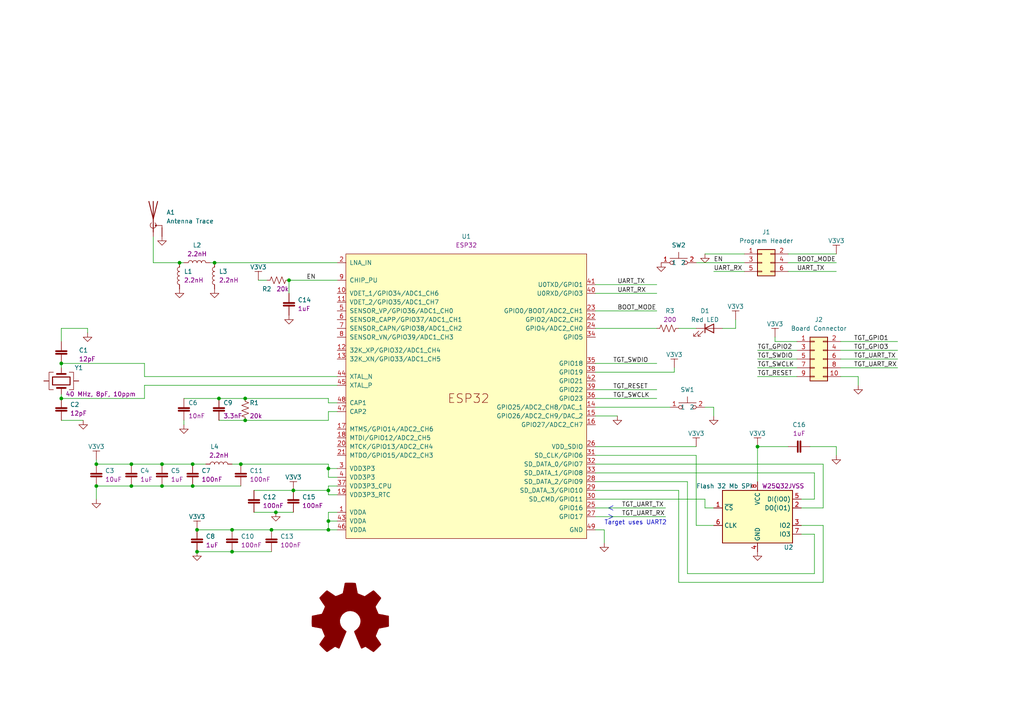
<source format=kicad_sch>
(kicad_sch (version 20210621) (generator eeschema)
  (paper "A4")
  (lib_symbols
    (symbol "Cap 12pF 0402_1" (pin_numbers hide) (pin_names (offset 0.254))
      (property "Reference" "C" (at 2.54 3.81 90))
      (property "Val" "12pF" (at 2.54 -5.08 90))
      (symbol "Cap 12pF 0402_1_1_1"
        (pin passive line (at 0 3.81 270) (length 2.794) (name "~") (number "1"))
        (pin passive line (at 0 -2.54 90) (length 2.54) (name "~") (number "2"))
      )
    )
    (symbol "Connector_Generic:Conn_02x05_Odd_Even" (pin_names (offset 1.016) hide)
      (property "Reference" "J" (at 1.27 7.62 0))
      (property "Value" "Conn_02x05_Odd_Even" (at 1.27 -7.62 0))
      (symbol "Conn_02x05_Odd_Even_1_1"
        (pin passive line (at -5.08 5.08 0) (length 3.81) (name "Pin_1") (number "1"))
        (pin passive line (at 7.62 -5.08 180) (length 3.81) (name "Pin_10") (number "10"))
        (pin passive line (at 7.62 5.08 180) (length 3.81) (name "Pin_2") (number "2"))
        (pin passive line (at -5.08 2.54 0) (length 3.81) (name "Pin_3") (number "3"))
        (pin passive line (at 7.62 2.54 180) (length 3.81) (name "Pin_4") (number "4"))
        (pin passive line (at -5.08 0 0) (length 3.81) (name "Pin_5") (number "5"))
        (pin passive line (at 7.62 0 180) (length 3.81) (name "Pin_6") (number "6"))
        (pin passive line (at -5.08 -2.54 0) (length 3.81) (name "Pin_7") (number "7"))
        (pin passive line (at 7.62 -2.54 180) (length 3.81) (name "Pin_8") (number "8"))
        (pin passive line (at -5.08 -5.08 0) (length 3.81) (name "Pin_9") (number "9"))
      )
    )
    (symbol "Graphic:Logo_Open_Hardware_Large" (pin_names (offset 1.016)))
    (symbol "Res 20k 0402_1" (pin_numbers hide) (pin_names (offset 0))
      (property "Reference" "R" (at 2.032 0 90))
      (property "Val" "20k" (at -2.54 0 90))
      (symbol "Res 20k 0402_1_1_1"
        (pin passive line (at 0 2.54 270) (length 0.85) (name "~") (number "1"))
        (pin passive line (at 0 -3.81 90) (length 0.85) (name "~") (number "2"))
      )
    )
    (symbol "WifiDebugLibrary:Antenna Trace" (pin_numbers hide) (pin_names (offset 1.016) hide) (in_bom no)
      (property "Reference" "A" (at -1.905 4.445 0))
      (property "Value" "Antenna Trace" (at -1.905 2.54 0))
      (symbol "Antenna Trace_1_1"
        (pin input line (at 0 -5.08 90) (length 2.54) (name "A") (number "1"))
        (pin input line (at 2.54 -5.08 90) (length 2.54) (name "Shield") (number "2"))
      )
    )
    (symbol "WifiDebugLibrary:Cap 100nF 0402" (pin_numbers hide) (pin_names (offset 0.254))
      (property "Reference" "C" (at 2.54 3.81 90))
      (property "Val" "100nF" (at 2.54 -5.08 90))
      (symbol "Cap 100nF 0402_1_1"
        (pin passive line (at 0 3.81 270) (length 2.794) (name "~") (number "1"))
        (pin passive line (at 0 -2.54 90) (length 2.54) (name "~") (number "2"))
      )
    )
    (symbol "WifiDebugLibrary:Cap 10nF 0402" (pin_numbers hide) (pin_names (offset 0.254))
      (property "Reference" "C" (at 2.54 3.81 90))
      (property "Val" "10nF" (at 2.54 -5.08 90))
      (symbol "Cap 10nF 0402_1_1"
        (pin passive line (at 0 3.81 270) (length 2.794) (name "~") (number "1"))
        (pin passive line (at 0 -2.54 90) (length 2.54) (name "~") (number "2"))
      )
    )
    (symbol "WifiDebugLibrary:Cap 10uF 0402" (pin_numbers hide) (pin_names (offset 0.254))
      (property "Reference" "C" (at 2.54 3.81 90))
      (property "Val" "10uF" (at 2.54 -5.08 90))
      (symbol "Cap 10uF 0402_1_1"
        (pin passive line (at 0 3.81 270) (length 2.794) (name "~") (number "1"))
        (pin passive line (at 0 -2.54 90) (length 2.54) (name "~") (number "2"))
      )
    )
    (symbol "WifiDebugLibrary:Cap 12pF 0402" (pin_numbers hide) (pin_names (offset 0.254))
      (property "Reference" "C" (at 2.54 3.81 90))
      (property "Val" "12pF" (at 2.54 -5.08 90))
      (symbol "Cap 12pF 0402_1_1"
        (pin passive line (at 0 3.81 270) (length 2.794) (name "~") (number "1"))
        (pin passive line (at 0 -2.54 90) (length 2.54) (name "~") (number "2"))
      )
    )
    (symbol "WifiDebugLibrary:Cap 1uF 0402" (pin_numbers hide) (pin_names (offset 0.254))
      (property "Reference" "C" (at 2.54 3.81 90))
      (property "Val" "1uF" (at 2.54 -5.08 90))
      (symbol "Cap 1uF 0402_1_1"
        (pin passive line (at 0 3.81 270) (length 2.794) (name "~") (number "1"))
        (pin passive line (at 0 -2.54 90) (length 2.54) (name "~") (number "2"))
      )
    )
    (symbol "WifiDebugLibrary:Cap 3.3nF 0402" (pin_numbers hide) (pin_names (offset 0.254))
      (property "Reference" "C" (at 2.54 3.81 90))
      (property "Val" "3.3nF" (at 2.54 -5.08 90))
      (symbol "Cap 3.3nF 0402_1_1"
        (pin passive line (at 0 3.81 270) (length 2.794) (name "~") (number "1"))
        (pin passive line (at 0 -2.54 90) (length 2.54) (name "~") (number "2"))
      )
    )
    (symbol "WifiDebugLibrary:Crystal 40MHz" (pin_numbers hide) (pin_names (offset 1.016) hide)
      (property "Reference" "Y" (at 3.175 5.08 0))
      (property "Val" "40 MHz, 8pF, 10ppm" (at 12.7 -5.08 0))
      (symbol "Crystal 40MHz_1_1"
        (pin passive line (at -3.81 0 0) (length 1.27) (name "1") (number "1"))
        (pin passive line (at 0 5.08 270) (length 1.27) (name "2") (number "2"))
        (pin passive line (at 3.81 0 180) (length 1.27) (name "3") (number "3"))
        (pin passive line (at 0 -5.08 90) (length 1.27) (name "4") (number "4"))
      )
    )
    (symbol "WifiDebugLibrary:Flash 32 Mb SPI"
      (property "Reference" "U" (at -8.89 8.89 0))
      (property "Value" "Flash 32 Mb SPI" (at 7.62 8.89 0))
      (property "Val" "W25Q32JVSS" (at 0 0 0))
      (symbol "Flash 32 Mb SPI_1_1"
        (pin input line (at -12.7 2.54 0) (length 2.54) (name "~{CS}") (number "1"))
        (pin bidirectional line (at 12.7 2.54 180) (length 2.54) (name "DO(IO1)") (number "2"))
        (pin bidirectional line (at 12.7 -2.54 180) (length 2.54) (name "IO2") (number "3"))
        (pin power_in line (at 0 -10.16 90) (length 2.54) (name "GND") (number "4"))
        (pin bidirectional line (at 12.7 5.08 180) (length 2.54) (name "DI(IO0)") (number "5"))
        (pin input line (at -12.7 -2.54 0) (length 2.54) (name "CLK") (number "6"))
        (pin bidirectional line (at 12.7 -5.08 180) (length 2.54) (name "IO3") (number "7"))
        (pin power_in line (at 0 10.16 270) (length 2.54) (name "VCC") (number "8"))
      )
    )
    (symbol "WifiDebugLibrary:Ind 2.2nH 0402" (pin_numbers hide) (pin_names (offset 1.016) hide)
      (property "Reference" "L" (at -1.27 0 90))
      (property "Val" "2.2nH" (at 2.54 0 90))
      (symbol "Ind 2.2nH 0402_1_1"
        (pin passive line (at 0 3.81 270) (length 1.27) (name "1") (number "1"))
        (pin passive line (at 0 -3.81 90) (length 1.27) (name "2") (number "2"))
      )
    )
    (symbol "WifiDebugLibrary:Program Header" (pin_names (offset 1.016) hide) (in_bom no)
      (property "Reference" "J" (at 1.27 5.08 0))
      (property "Value" "Program Header" (at 1.27 -5.08 0))
      (symbol "Program Header_1_1"
        (pin passive line (at -5.08 2.54 0) (length 3.81) (name "Pin_1") (number "1"))
        (pin passive line (at 7.62 2.54 180) (length 3.81) (name "Pin_2") (number "2"))
        (pin passive line (at -5.08 0 0) (length 3.81) (name "Pin_3") (number "3"))
        (pin passive line (at 7.62 0 180) (length 3.81) (name "Pin_4") (number "4"))
        (pin passive line (at -5.08 -2.54 0) (length 3.81) (name "Pin_5") (number "5"))
        (pin passive line (at 7.62 -2.54 180) (length 3.81) (name "Pin_6") (number "6"))
      )
    )
    (symbol "WifiDebugLibrary:Pushbutton 2.1x1.6mm"
      (property "Reference" "SW" (at 3.81 3.81 0))
      (symbol "Pushbutton 2.1x1.6mm_0_1"
        (pin passive line (at -5.08 0 0) (length 2.54) (name "1") (number "1"))
        (pin passive line (at 5.08 0 180) (length 2.54) (name "2") (number "2"))
      )
    )
    (symbol "WifiDebugLibrary:Red LED" (pin_numbers hide) (pin_names (offset 1.016) hide)
      (property "Reference" "D" (at 0 2.54 0))
      (property "Value" "Red LED" (at 0 -2.54 0))
      (symbol "Red LED_1_1"
        (pin passive line (at -3.81 0 0) (length 2.54) (name "K") (number "1"))
        (pin passive line (at 3.81 0 180) (length 2.54) (name "A") (number "2"))
      )
    )
    (symbol "WifiDebugLibrary:Res 200 0402" (pin_numbers hide) (pin_names (offset 0))
      (property "Reference" "R" (at 2.032 0 90))
      (property "Val" "200" (at -2.54 0 90))
      (symbol "Res 200 0402_1_1"
        (pin passive line (at 0 3.81 270) (length 0.85) (name "~") (number "1"))
        (pin passive line (at 0 -2.54 90) (length 0.85) (name "~") (number "2"))
      )
    )
    (symbol "WifiDebugLibrary:Res 20k 0402" (pin_numbers hide) (pin_names (offset 0))
      (property "Reference" "R" (at 2.032 0 90))
      (property "Val" "20k" (at -2.54 0 90))
      (symbol "Res 20k 0402_1_1"
        (pin passive line (at 0 2.54 270) (length 0.85) (name "~") (number "1"))
        (pin passive line (at 0 -3.81 90) (length 0.85) (name "~") (number "2"))
      )
    )
    (symbol "WifiDebugLibrary:V3V3" (power) (pin_names (offset 0))
      (property "Value" "V3V3" (at 0 3.556 0))
      (symbol "V3V3_1_1"
        (pin power_in line (at 0 0 90) (length 0) hide (name "V3V3") (number "1"))
      )
    )
    (symbol "WifiDebugLibrary:‎ESP32-D0WD-V3‎" (pin_names (offset 1.016))
      (property "Reference" "U" (at 0 43.18 0))
      (property "Val" "ESP32" (at 0 0 0))
      (symbol "‎ESP32-D0WD-V3‎_0_0"
        (text "ESP32" (at 1.27 0 0) (effects (font (size 2.54 2.54))))
      )
      (symbol "‎ESP32-D0WD-V3‎_1_1"
        (pin power_in line (at -36.83 -33.02 0) (length 2.54) (name "VDDA") (number "1"))
        (pin input line (at -36.83 30.48 0) (length 2.54) (name "VDET_1/GPIO34/ADC1_CH6") (number "10"))
        (pin input line (at -36.83 27.94 0) (length 2.54) (name "VDET_2/GPIO35/ADC1_CH7") (number "11"))
        (pin bidirectional line (at -36.83 13.97 0) (length 2.54) (name "32K_XP/GPIO32/ADC1_CH4") (number "12"))
        (pin bidirectional line (at -36.83 11.43 0) (length 2.54) (name "32K_XN/GPIO33/ADC1_CH5") (number "13"))
        (pin bidirectional line (at 38.1 -2.54 180) (length 2.54) (name "GPIO25/ADC2_CH8/DAC_1") (number "14"))
        (pin bidirectional line (at 38.1 -5.08 180) (length 2.54) (name "GPIO26/ADC2_CH9/DAC_2") (number "15"))
        (pin bidirectional line (at 38.1 -7.62 180) (length 2.54) (name "GPIO27/ADC2_CH7") (number "16"))
        (pin bidirectional line (at -36.83 -8.89 0) (length 2.54) (name "MTMS/GPIO14/ADC2_CH6") (number "17"))
        (pin bidirectional line (at -36.83 -11.43 0) (length 2.54) (name "MTDI/GPIO12/ADC2_CH5") (number "18"))
        (pin power_in line (at -36.83 -27.94 0) (length 2.54) (name "VDD3P3_RTC") (number "19"))
        (pin bidirectional line (at -36.83 39.37 0) (length 2.54) (name "LNA_IN") (number "2"))
        (pin bidirectional line (at -36.83 -13.97 0) (length 2.54) (name "MTCK/GPIO13/ADC2_CH4") (number "20"))
        (pin bidirectional line (at -36.83 -16.51 0) (length 2.54) (name "MTDO/GPIO15/ADC2_CH3") (number "21"))
        (pin bidirectional line (at 38.1 22.86 180) (length 2.54) (name "GPIO2/ADC2_CH2") (number "22"))
        (pin bidirectional line (at 38.1 25.4 180) (length 2.54) (name "GPIO0/BOOT/ADC2_CH1") (number "23"))
        (pin bidirectional line (at 38.1 20.32 180) (length 2.54) (name "GPIO4/ADC2_CH0") (number "24"))
        (pin bidirectional line (at 38.1 -31.75 180) (length 2.54) (name "GPIO16") (number "25"))
        (pin power_out line (at 38.1 -13.97 180) (length 2.54) (name "VDD_SDIO") (number "26"))
        (pin bidirectional line (at 38.1 -34.29 180) (length 2.54) (name "GPIO17") (number "27"))
        (pin bidirectional line (at 38.1 -24.13 180) (length 2.54) (name "SD_DATA_2/GPIO9") (number "28"))
        (pin bidirectional line (at 38.1 -26.67 180) (length 2.54) (name "SD_DATA_3/GPIO10") (number "29"))
        (pin power_in line (at -36.83 -20.32 0) (length 2.54) (name "VDD3P3") (number "3"))
        (pin bidirectional line (at 38.1 -29.21 180) (length 2.54) (name "SD_CMD/GPIO11") (number "30"))
        (pin bidirectional line (at 38.1 -16.51 180) (length 2.54) (name "SD_CLK/GPIO6") (number "31"))
        (pin bidirectional line (at 38.1 -19.05 180) (length 2.54) (name "SD_DATA_0/GPIO7") (number "32"))
        (pin bidirectional line (at 38.1 -21.59 180) (length 2.54) (name "SD_DATA_1/GPIO8") (number "33"))
        (pin bidirectional line (at 38.1 17.78 180) (length 2.54) (name "GPIO5") (number "34"))
        (pin bidirectional line (at 38.1 10.16 180) (length 2.54) (name "GPIO18") (number "35"))
        (pin bidirectional line (at 38.1 0 180) (length 2.54) (name "GPIO23") (number "36"))
        (pin power_in line (at -36.83 -25.4 0) (length 2.54) (name "VDD3P3_CPU") (number "37"))
        (pin bidirectional line (at 38.1 7.62 180) (length 2.54) (name "GPIO19") (number "38"))
        (pin bidirectional line (at 38.1 2.54 180) (length 2.54) (name "GPIO22") (number "39"))
        (pin power_in line (at -36.83 -22.86 0) (length 2.54) (name "VDD3P3") (number "4"))
        (pin bidirectional line (at 38.1 30.48 180) (length 2.54) (name "U0RXD/GPIO3") (number "40"))
        (pin bidirectional line (at 38.1 33.02 180) (length 2.54) (name "U0TXD/GPIO1") (number "41"))
        (pin bidirectional line (at 38.1 5.08 180) (length 2.54) (name "GPIO21") (number "42"))
        (pin power_in line (at -36.83 -35.56 0) (length 2.54) (name "VDDA") (number "43"))
        (pin output line (at -36.83 6.35 0) (length 2.54) (name "XTAL_N") (number "44"))
        (pin input line (at -36.83 3.81 0) (length 2.54) (name "XTAL_P") (number "45"))
        (pin power_in line (at -36.83 -38.1 0) (length 2.54) (name "VDDA") (number "46"))
        (pin input line (at -36.83 -3.81 0) (length 2.54) (name "CAP2") (number "47"))
        (pin input line (at -36.83 -1.27 0) (length 2.54) (name "CAP1") (number "48"))
        (pin power_in line (at 38.1 -38.1 180) (length 2.54) (name "GND") (number "49"))
        (pin input line (at -36.83 25.4 0) (length 2.54) (name "SENSOR_VP/GPIO36/ADC1_CH0") (number "5"))
        (pin input line (at -36.83 22.86 0) (length 2.54) (name "SENSOR_CAPP/GPIO37/ADC1_CH1") (number "6"))
        (pin input line (at -36.83 20.32 0) (length 2.54) (name "SENSOR_CAPN/GPIO38/ADC1_CH2") (number "7"))
        (pin input line (at -36.83 17.78 0) (length 2.54) (name "SENSOR_VN/GPIO39/ADC1_CH3") (number "8"))
        (pin input line (at -36.83 34.29 0) (length 2.54) (name "CHIP_PU") (number "9"))
      )
    )
    (symbol "power:GND" (power) (pin_names (offset 0))
      (property "Value" "GND" (at 0 -3.81 0))
      (symbol "GND_1_1"
        (pin power_in line (at 0 0 270) (length 0) hide (name "GND") (number "1"))
      )
    )
  )
  (junction (at 63.5 115.57))
  (junction (at 95.25 142.24))
  (junction (at 219.71 129.54))
  (junction (at 67.31 153.67))
  (junction (at 38.1 134.62))
  (junction (at 55.88 140.97))
  (junction (at 95.25 151.13))
  (junction (at 95.25 153.67))
  (junction (at 67.31 160.02))
  (junction (at 57.15 153.67))
  (junction (at 83.82 81.28))
  (junction (at 52.07 76.2))
  (junction (at 85.09 142.24))
  (junction (at 55.88 134.62))
  (junction (at 17.78 105.41))
  (junction (at 62.23 76.2))
  (junction (at 38.1 140.97))
  (junction (at 71.12 115.57))
  (junction (at 69.85 134.62))
  (junction (at 80.01 148.59))
  (junction (at 27.94 140.97))
  (junction (at 27.94 134.62))
  (junction (at 71.12 121.92))
  (junction (at 46.99 134.62))
  (junction (at 17.78 115.57))
  (junction (at 78.74 153.67))
  (junction (at 57.15 160.02))
  (junction (at 46.99 140.97))
  (junction (at 95.25 135.89))
  (wire (pts (xy 80.01 148.59) (xy 85.09 148.59)))
  (wire (pts (xy 73.66 148.59) (xy 80.01 148.59)))
  (wire (pts (xy 97.79 109.22) (xy 41.91 109.22)))
  (wire (pts (xy 41.91 109.22) (xy 41.91 105.41)))
  (wire (pts (xy 17.78 105.41) (xy 17.78 106.68)))
  (wire (pts (xy 172.72 107.95) (xy 195.58 107.95)))
  (wire (pts (xy 83.82 81.28) (xy 83.82 85.09)))
  (wire (pts (xy 201.93 76.2) (xy 215.9 76.2)))
  (wire (pts (xy 172.72 132.08) (xy 201.93 132.08)))
  (wire (pts (xy 201.93 152.4) (xy 201.93 132.08)))
  (wire (pts (xy 207.01 152.4) (xy 201.93 152.4)))
  (wire (pts (xy 172.72 149.86) (xy 193.04 149.86)))
  (wire (pts (xy 243.84 101.6) (xy 260.35 101.6)))
  (wire (pts (xy 172.72 139.7) (xy 199.39 139.7)))
  (wire (pts (xy 219.71 101.6) (xy 231.14 101.6)))
  (wire (pts (xy 95.25 143.51) (xy 97.79 143.51)))
  (wire (pts (xy 46.99 134.62) (xy 55.88 134.62)))
  (wire (pts (xy 55.88 134.62) (xy 59.69 134.62)))
  (wire (pts (xy 27.94 134.62) (xy 38.1 134.62)))
  (wire (pts (xy 27.94 133.35) (xy 27.94 134.62)))
  (polyline (pts (xy 177.8 149.86) (xy 176.53 149.225)) (stroke (width 0) (type solid)))
  (wire (pts (xy 172.72 82.55) (xy 190.5 82.55)))
  (wire (pts (xy 172.72 144.78) (xy 204.47 144.78)))
  (wire (pts (xy 95.25 115.57) (xy 95.25 116.84)))
  (wire (pts (xy 57.15 153.67) (xy 67.31 153.67)))
  (wire (pts (xy 78.74 153.67) (xy 95.25 153.67)))
  (wire (pts (xy 95.25 148.59) (xy 97.79 148.59)))
  (wire (pts (xy 67.31 153.67) (xy 78.74 153.67)))
  (wire (pts (xy 204.47 73.66) (xy 215.9 73.66)))
  (wire (pts (xy 172.72 113.03) (xy 190.5 113.03)))
  (wire (pts (xy 219.71 106.68) (xy 231.14 106.68)))
  (wire (pts (xy 62.23 76.2) (xy 97.79 76.2)))
  (wire (pts (xy 60.96 76.2) (xy 62.23 76.2)))
  (wire (pts (xy 172.72 115.57) (xy 190.5 115.57)))
  (wire (pts (xy 57.15 160.02) (xy 67.31 160.02)))
  (wire (pts (xy 67.31 160.02) (xy 78.74 160.02)))
  (wire (pts (xy 196.85 95.25) (xy 201.93 95.25)))
  (wire (pts (xy 248.92 109.22) (xy 248.92 111.76)))
  (wire (pts (xy 243.84 109.22) (xy 248.92 109.22)))
  (wire (pts (xy 71.12 121.92) (xy 63.5 121.92)))
  (wire (pts (xy 95.25 121.92) (xy 71.12 121.92)))
  (wire (pts (xy 95.25 119.38) (xy 95.25 121.92)))
  (wire (pts (xy 74.93 81.28) (xy 77.47 81.28)))
  (wire (pts (xy 207.01 78.74) (xy 215.9 78.74)))
  (wire (pts (xy 172.72 142.24) (xy 196.85 142.24)))
  (wire (pts (xy 232.41 154.94) (xy 236.22 154.94)))
  (wire (pts (xy 199.39 166.37) (xy 199.39 139.7)))
  (wire (pts (xy 236.22 154.94) (xy 236.22 166.37)))
  (wire (pts (xy 236.22 166.37) (xy 199.39 166.37)))
  (wire (pts (xy 242.57 129.54) (xy 234.95 129.54)))
  (wire (pts (xy 172.72 90.17) (xy 190.5 90.17)))
  (wire (pts (xy 44.45 68.58) (xy 44.45 76.2)))
  (wire (pts (xy 52.07 76.2) (xy 44.45 76.2)))
  (wire (pts (xy 53.34 76.2) (xy 52.07 76.2)))
  (wire (pts (xy 95.25 140.97) (xy 97.79 140.97)))
  (wire (pts (xy 95.25 142.24) (xy 95.25 140.97)))
  (wire (pts (xy 236.22 144.78) (xy 232.41 144.78)))
  (wire (pts (xy 172.72 137.16) (xy 236.22 137.16)))
  (wire (pts (xy 236.22 137.16) (xy 236.22 144.78)))
  (wire (pts (xy 219.71 129.54) (xy 228.6 129.54)))
  (wire (pts (xy 95.25 151.13) (xy 95.25 148.59)))
  (wire (pts (xy 95.25 153.67) (xy 95.25 151.13)))
  (wire (pts (xy 172.72 147.32) (xy 193.04 147.32)))
  (wire (pts (xy 238.76 152.4) (xy 232.41 152.4)))
  (wire (pts (xy 196.85 142.24) (xy 196.85 168.91)))
  (wire (pts (xy 238.76 168.91) (xy 238.76 152.4)))
  (wire (pts (xy 196.85 168.91) (xy 238.76 168.91)))
  (wire (pts (xy 95.25 116.84) (xy 97.79 116.84)))
  (polyline (pts (xy 176.53 150.495) (xy 177.8 149.86)) (stroke (width 0) (type solid)))
  (wire (pts (xy 219.71 109.22) (xy 231.14 109.22)))
  (wire (pts (xy 172.72 118.11) (xy 194.31 118.11)))
  (wire (pts (xy 228.6 76.2) (xy 242.57 76.2)))
  (wire (pts (xy 25.4 95.25) (xy 25.4 96.52)))
  (wire (pts (xy 17.78 95.25) (xy 25.4 95.25)))
  (wire (pts (xy 17.78 99.06) (xy 17.78 95.25)))
  (wire (pts (xy 242.57 129.54) (xy 242.57 132.08)))
  (polyline (pts (xy 177.8 146.685) (xy 176.53 147.32)) (stroke (width 0) (type solid)))
  (wire (pts (xy 219.71 104.14) (xy 231.14 104.14)))
  (wire (pts (xy 27.94 140.97) (xy 27.94 144.78)))
  (wire (pts (xy 71.12 115.57) (xy 95.25 115.57)))
  (wire (pts (xy 95.25 134.62) (xy 95.25 135.89)))
  (wire (pts (xy 95.25 135.89) (xy 97.79 135.89)))
  (wire (pts (xy 69.85 134.62) (xy 95.25 134.62)))
  (wire (pts (xy 172.72 120.65) (xy 179.07 120.65)))
  (wire (pts (xy 69.85 134.62) (xy 67.31 134.62)))
  (wire (pts (xy 204.47 147.32) (xy 207.01 147.32)))
  (wire (pts (xy 95.25 119.38) (xy 97.79 119.38)))
  (wire (pts (xy 95.25 138.43) (xy 97.79 138.43)))
  (wire (pts (xy 95.25 135.89) (xy 95.25 138.43)))
  (wire (pts (xy 83.82 81.28) (xy 97.79 81.28)))
  (wire (pts (xy 17.78 115.57) (xy 41.91 115.57)))
  (wire (pts (xy 17.78 105.41) (xy 41.91 105.41)))
  (wire (pts (xy 204.47 144.78) (xy 204.47 147.32)))
  (wire (pts (xy 95.25 153.67) (xy 97.79 153.67)))
  (polyline (pts (xy 176.53 147.32) (xy 177.8 147.955)) (stroke (width 0) (type solid)))
  (wire (pts (xy 243.84 104.14) (xy 260.35 104.14)))
  (wire (pts (xy 95.25 151.13) (xy 97.79 151.13)))
  (wire (pts (xy 195.58 106.68) (xy 195.58 107.95)))
  (wire (pts (xy 243.84 106.68) (xy 260.35 106.68)))
  (wire (pts (xy 63.5 115.57) (xy 71.12 115.57)))
  (wire (pts (xy 63.5 115.57) (xy 53.34 115.57)))
  (wire (pts (xy 172.72 129.54) (xy 201.93 129.54)))
  (wire (pts (xy 172.72 95.25) (xy 190.5 95.25)))
  (wire (pts (xy 228.6 73.66) (xy 242.57 73.66)))
  (wire (pts (xy 209.55 95.25) (xy 213.36 95.25)))
  (wire (pts (xy 213.36 95.25) (xy 213.36 92.71)))
  (wire (pts (xy 53.34 123.19) (xy 53.34 121.92)))
  (wire (pts (xy 228.6 78.74) (xy 242.57 78.74)))
  (wire (pts (xy 46.99 140.97) (xy 55.88 140.97)))
  (wire (pts (xy 55.88 140.97) (xy 69.85 140.97)))
  (wire (pts (xy 38.1 140.97) (xy 46.99 140.97)))
  (wire (pts (xy 27.94 140.97) (xy 38.1 140.97)))
  (wire (pts (xy 207.01 118.11) (xy 207.01 120.65)))
  (wire (pts (xy 204.47 118.11) (xy 207.01 118.11)))
  (wire (pts (xy 224.79 99.06) (xy 231.14 99.06)))
  (wire (pts (xy 224.79 97.79) (xy 224.79 99.06)))
  (wire (pts (xy 175.26 153.67) (xy 175.26 157.48)))
  (wire (pts (xy 172.72 153.67) (xy 175.26 153.67)))
  (wire (pts (xy 172.72 85.09) (xy 190.5 85.09)))
  (wire (pts (xy 95.25 142.24) (xy 95.25 143.51)))
  (wire (pts (xy 38.1 134.62) (xy 46.99 134.62)))
  (wire (pts (xy 219.71 129.54) (xy 219.71 139.7)))
  (wire (pts (xy 238.76 147.32) (xy 232.41 147.32)))
  (wire (pts (xy 172.72 134.62) (xy 238.76 134.62)))
  (wire (pts (xy 238.76 134.62) (xy 238.76 147.32)))
  (wire (pts (xy 172.72 105.41) (xy 190.5 105.41)))
  (wire (pts (xy 243.84 99.06) (xy 260.35 99.06)))
  (wire (pts (xy 97.79 111.76) (xy 41.91 111.76)))
  (wire (pts (xy 17.78 115.57) (xy 17.78 114.3)))
  (wire (pts (xy 41.91 111.76) (xy 41.91 115.57)))
  (wire (pts (xy 85.09 142.24) (xy 95.25 142.24)))
  (wire (pts (xy 73.66 142.24) (xy 85.09 142.24)))
  (wire (pts (xy 17.78 121.92) (xy 24.13 121.92)))
  (text "Target uses UART2" (at 175.26 152.4 0) (effects (font (size 1.27 1.27)) (justify left bottom)))
  (label "TGT_RESET" (at 219.71 109.22 0))
  (label "UART_RX" (at 207.01 78.74 0))
  (label "TGT_UART_TX" (at 180.34 147.32 0))
  (label "TGT_GPIO2" (at 219.71 101.6 0))
  (label "TGT_SWDIO" (at 177.8 105.41 0))
  (label "TGT_SWCLK" (at 177.8 115.57 0))
  (label "TGT_SWCLK" (at 219.71 106.68 0))
  (label "TGT_RESET" (at 177.8 113.03 0))
  (label "UART_RX" (at 179.07 85.09 0))
  (label "TGT_UART_RX" (at 180.34 149.86 0))
  (label "UART_TX" (at 179.07 82.55 0))
  (label "TGT_UART_RX" (at 247.65 106.68 0))
  (label "EN" (at 88.9 81.28 0))
  (label "TGT_GPIO1" (at 247.65 99.06 0))
  (label "BOOT_MODE" (at 179.07 90.17 0))
  (label "TGT_UART_TX" (at 247.65 104.14 0))
  (label "TGT_GPIO3" (at 247.65 101.6 0))
  (label "BOOT_MODE" (at 231.14 76.2 0))
  (label "EN" (at 207.01 76.2 0))
  (label "UART_TX" (at 231.14 78.74 0))
  (label "TGT_SWDIO" (at 219.71 104.14 0))
  (symbol (lib_id "power:GND") (at 179.07 120.65 0) (unit 1)
    (property "Reference" "#PWR0104" (effects hide))
    (property "Value" "GND" (effects hide))
  )
  (symbol (lib_id "WifiDebugLibrary:Crystal 40MHz") (at 17.78 110.49 90) (unit 1)
    (property "Reference" "Y1" (at 22.86 106.68 90))
    (property "Value" "Crystal 40MHz" (effects hide))
    (property "Footprint" "Crystal:Crystal_SMD_2016-4Pin_2.0x1.6mm" (effects hide))
    (property "MFG" "Murata Electronics" (effects hide))
    (property "MFG PN" "XRCGB40M000F1S1BR0" (effects hide))
    (property "Val" "40 MHz, 8pF, 10ppm" (at 29.21 114.3 90))
  )
  (symbol (lib_id "WifiDebugLibrary:V3V3") (at 213.36 92.71 0) (unit 1)
    (property "Reference" "#PWR016" (effects hide))
    (property "Value" "V3V3" (at 213.36 88.9 0))
  )
  (symbol (lib_id "WifiDebugLibrary:V3V3") (at 27.94 133.35 0) (unit 1)
    (property "Reference" "#PWR03" (effects hide))
    (property "Value" "V3V3" (at 27.94 129.54 0))
  )
  (symbol (lib_id "power:GND") (at 191.77 76.2 0) (unit 1)
    (property "Reference" "#PWR?" (effects hide))
    (property "Value" "GND" (effects hide))
  )
  (symbol (lib_id "power:GND") (at 80.01 148.59 0) (unit 1)
    (property "Reference" "#PWR012" (effects hide))
    (property "Value" "GND" (effects hide))
  )
  (symbol (lib_id "power:GND") (at 25.4 96.52 0) (unit 1)
    (property "Reference" "#PWR02" (effects hide))
    (property "Value" "GND" (effects hide))
  )
  (symbol (lib_id "WifiDebugLibrary:Ind 2.2nH 0402") (at 63.5 134.62 90) (unit 1)
    (property "Reference" "L4" (at 62.23 129.54 90))
    (property "Value" "Ind 2.2nH 0402" (effects hide))
    (property "Footprint" "Inductor_SMD:L_0402_1005Metric" (effects hide))
    (property "MFG" "Chilisin Electronics" (effects hide))
    (property "MFG PN" "‎BSCH001005052N2SCP‎" (effects hide))
    (property "Val" "2.2nH" (at 63.5 132.08 90))
  )
  (symbol (lib_id "power:GND") (at 46.99 68.58 0) (unit 1)
    (property "Reference" "#PWR05" (effects hide))
    (property "Value" "GND" (effects hide))
  )
  (symbol (lib_id "WifiDebugLibrary:Res 20k 0402") (at 80.01 81.28 90) (unit 1)
    (property "Reference" "R2" (at 78.74 83.82 90) (effects (justify left)))
    (property "Value" "Res 20k 0402" (effects hide))
    (property "Footprint" "Resistor_SMD:R_0402_1005Metric" (effects hide))
    (property "MFG" "Bourns Inc. " (effects hide))
    (property "MFG PN" "‎CR0402-FX-2002GLF‎" (effects hide))
    (property "Val" "20k" (at 83.82 83.82 90) (effects (justify left)))
  )
  (symbol (lib_id "WifiDebugLibrary:Cap 3.3nF 0402") (at 63.5 118.11 180) (unit 1)
    (property "Reference" "C9" (at 64.77 116.84 0) (effects (justify right)))
    (property "Value" "Cap 3.3nF 0402" (effects hide))
    (property "Footprint" "Capacitor_SMD:C_0402_1005Metric" (effects hide))
    (property "MFG" "Würth Elektronik" (effects hide))
    (property "MFG PN" "‎885012205028‎" (effects hide))
    (property "Val" "3.3nF" (at 64.77 120.65 0) (effects (justify right)))
  )
  (symbol (lib_id "WifiDebugLibrary:Flash 32 Mb SPI") (at 219.71 149.86 0) (unit 1)
    (property "Reference" "U2" (at 227.33 158.75 0) (effects (justify left)))
    (property "Value" "Flash 32 Mb SPI" (at 201.93 140.97 0) (effects (justify left)))
    (property "Footprint" "WifiDebugLibrary:SOIC-8_5.23x5.23mm_P1.27mm" (effects hide))
    (property "Datasheet" "http://www.winbond.com/resource-files/w25q32jv%20revg%2003272018%20plus.pdf" (effects hide))
    (property "MFG" "Winbond Electronics" (effects hide))
    (property "MFG PN" "‎W25Q32JVSSIQ‎" (effects hide))
    (property "Val" "W25Q32JVSS" (at 220.98 140.97 0) (effects (justify left)))
  )
  (symbol (lib_id "WifiDebugLibrary:V3V3") (at 85.09 142.24 0) (unit 1)
    (property "Reference" "#PWR014" (effects hide))
    (property "Value" "V3V3" (at 85.09 138.43 0))
  )
  (symbol (lib_id "WifiDebugLibrary:Antenna Trace") (at 44.45 63.5 0) (unit 1) (in_bom no)
    (property "Reference" "A1" (at 48.26 61.5949 0) (effects (justify left)))
    (property "Value" "Antenna Trace" (at 48.26 64.1349 0) (effects (justify left)))
    (property "Footprint" "WifiDebugLibrary:Texas_SWRA117D_2.4GHz_Left" (effects hide))
    (property "Datasheet" "http://www.ti.com/lit/an/swra117d/swra117d.pdf" (effects hide))
  )
  (symbol (lib_id "Graphic:Logo_Open_Hardware_Large") (at 101.6 180.34 0) (unit 1) (in_bom no)
    (property "Reference" "LOGO1" (effects hide))
    (property "Value" "Logo_Open_Hardware_Large" (effects hide))
    (property "Footprint" "Symbol:OSHW-Logo_5.7x6mm_SilkScreen" (effects hide))
  )
  (symbol (lib_id "power:GND") (at 204.47 73.66 0) (unit 1)
    (property "Reference" "#PWR022" (effects hide))
    (property "Value" "GND" (effects hide))
  )
  (symbol (lib_id "power:GND") (at 53.34 123.19 0) (unit 1)
    (property "Reference" "#PWR07" (effects hide))
    (property "Value" "GND" (effects hide))
  )
  (symbol (lib_id "WifiDebugLibrary:V3V3") (at 57.15 153.67 0) (unit 1)
    (property "Reference" "#PWR08" (effects hide))
    (property "Value" "V3V3" (at 57.15 149.86 0))
  )
  (symbol (lib_id "WifiDebugLibrary:Cap 100nF 0402") (at 73.66 146.05 0) (unit 1)
    (property "Reference" "C12" (at 76.2 144.1449 0) (effects (justify left)))
    (property "Value" "Cap 100nF 0402" (effects hide))
    (property "Footprint" "Capacitor_SMD:C_0402_1005Metric" (effects hide))
    (property "MFG" "Samsung Electro-Mechanics" (effects hide))
    (property "MFG PN" "‎CL05A104KA5NNNC‎" (effects hide))
    (property "Val" "100nF" (at 76.2 146.6849 0) (effects (justify left)))
  )
  (symbol (lib_id "WifiDebugLibrary:Cap 100nF 0402") (at 69.85 138.43 0) (unit 1) (in_bom no)
    (property "Reference" "C11" (at 72.39 136.5249 0) (effects (justify left)))
    (property "Value" "Cap 100nF 0402" (effects hide))
    (property "Footprint" "Capacitor_SMD:C_0402_1005Metric" (effects hide))
    (property "MFG" "Samsung Electro-Mechanics" (effects hide))
    (property "MFG PN" "‎CL05A104KA5NNNC‎" (effects hide))
    (property "Val" "100nF" (at 72.39 139.0649 0) (effects (justify left)))
  )
  (symbol (lib_id "WifiDebugLibrary:V3V3") (at 224.79 97.79 0) (unit 1)
    (property "Reference" "#PWR020" (effects hide))
    (property "Value" "V3V3" (at 224.79 93.98 0))
  )
  (symbol (lib_id "power:GND") (at 207.01 120.65 0) (mirror y) (unit 1)
    (property "Reference" "#PWR0105" (effects hide))
    (property "Value" "GND" (effects hide))
  )
  (symbol (lib_id "power:GND") (at 175.26 157.48 0) (unit 1)
    (property "Reference" "#PWR015" (effects hide))
    (property "Value" "GND" (effects hide))
  )
  (symbol (lib_id "power:GND") (at 242.57 132.08 0) (unit 1)
    (property "Reference" "#PWR021" (effects hide))
    (property "Value" "GND" (effects hide))
  )
  (symbol (lib_id "WifiDebugLibrary:Cap 100nF 0402") (at 85.09 146.05 0) (unit 1)
    (property "Reference" "C15" (at 87.63 144.1449 0) (effects (justify left)))
    (property "Value" "Cap 100nF 0402" (effects hide))
    (property "Footprint" "Capacitor_SMD:C_0402_1005Metric" (effects hide))
    (property "MFG" "Samsung Electro-Mechanics" (effects hide))
    (property "MFG PN" "‎CL05A104KA5NNNC‎" (effects hide))
    (property "Val" "100nF" (at 87.63 146.6849 0) (effects (justify left)))
  )
  (symbol (lib_id "WifiDebugLibrary:V3V3") (at 219.71 129.54 0) (mirror y) (unit 1)
    (property "Reference" "#PWR0103" (effects hide))
    (property "Value" "V3V3" (at 219.71 125.73 0))
  )
  (symbol (lib_id "WifiDebugLibrary:‎ESP32-D0WD-V3‎") (at 134.62 115.57 0) (unit 1)
    (property "Reference" "U1" (at 135.255 68.58 0))
    (property "Value" "‎ESP32-D0WD-V3‎" (effects hide))
    (property "Footprint" "WifiDebugLibrary:QFN-48-1EP_5x5mm_P0.35mm_EP3.7x3.7mm_ThermalVias" (effects hide))
    (property "Datasheet" "https://www.espressif.com/sites/default/files/documentation/esp32_datasheet_en.pdf" (effects hide))
    (property "MFG" "Espressif Systems" (effects hide))
    (property "MFG PN" "‎ESP32-D0WD-V3‎" (effects hide))
    (property "Val" "ESP32" (at 135.255 71.12 0))
  )
  (symbol (lib_id "power:GND") (at 248.92 111.76 0) (unit 1)
    (property "Reference" "#PWR023" (effects hide))
    (property "Value" "GND" (effects hide))
  )
  (symbol (lib_id "WifiDebugLibrary:Cap 1uF 0402") (at 232.41 129.54 90) (unit 1)
    (property "Reference" "C16" (at 231.775 123.19 90))
    (property "Value" "Cap 1uF 0402" (effects hide))
    (property "Footprint" "Capacitor_SMD:C_0402_1005Metric" (effects hide))
    (property "MFG" "Samsung Electro-Mechanics" (effects hide))
    (property "MFG PN" "‎CL05A105MQ5NNNC‎" (effects hide))
    (property "Val" "1uF" (at 231.775 125.73 90))
  )
  (symbol (lib_id "power:GND") (at 27.94 144.78 0) (unit 1)
    (property "Reference" "#PWR04" (effects hide))
    (property "Value" "GND" (effects hide))
  )
  (symbol (lib_id "WifiDebugLibrary:V3V3") (at 195.58 106.68 0) (mirror y) (unit 1)
    (property "Reference" "#PWR0101" (effects hide))
    (property "Value" "V3V3" (at 195.58 102.87 0))
  )
  (symbol (lib_id "WifiDebugLibrary:Ind 2.2nH 0402") (at 52.07 80.01 180) (unit 1) (in_bom no)
    (property "Reference" "L1" (at 53.34 78.7399 0) (effects (justify right)))
    (property "Value" "Ind 2.2nH 0402" (effects hide))
    (property "Footprint" "Inductor_SMD:L_0402_1005Metric" (effects hide))
    (property "MFG" "Chilisin Electronics" (effects hide))
    (property "MFG PN" "‎BSCH001005052N2SCP‎" (effects hide))
    (property "Val" "2.2nH" (at 53.34 81.2799 0) (effects (justify right)))
  )
  (symbol (lib_id "WifiDebugLibrary:Cap 100nF 0402") (at 67.31 157.48 0) (unit 1)
    (property "Reference" "C10" (at 69.85 155.5749 0) (effects (justify left)))
    (property "Value" "Cap 100nF 0402" (effects hide))
    (property "Footprint" "Capacitor_SMD:C_0402_1005Metric" (effects hide))
    (property "MFG" "Samsung Electro-Mechanics" (effects hide))
    (property "MFG PN" "‎CL05A104KA5NNNC‎" (effects hide))
    (property "Val" "100nF" (at 69.85 158.1149 0) (effects (justify left)))
  )
  (symbol (lib_id "WifiDebugLibrary:Cap 1uF 0402") (at 38.1 138.43 0) (unit 1) (in_bom no)
    (property "Reference" "C4" (at 40.64 136.5249 0) (effects (justify left)))
    (property "Value" "Cap 1uF 0402" (effects hide))
    (property "Footprint" "Capacitor_SMD:C_0402_1005Metric" (effects hide))
    (property "MFG" "Samsung Electro-Mechanics" (effects hide))
    (property "MFG PN" "‎CL05A105MQ5NNNC‎" (effects hide))
    (property "Val" "1uF" (at 40.64 139.0649 0) (effects (justify left)))
  )
  (symbol (lib_name "Cap 12pF 0402_1") (lib_id "WifiDebugLibrary:Cap 12pF 0402") (at 17.78 102.87 0) (unit 1)
    (property "Reference" "C1" (at 22.86 101.5999 0) (effects (justify left)))
    (property "Value" "Cap 12pF 0402" (effects hide))
    (property "Footprint" "Capacitor_SMD:C_0402_1005Metric" (effects hide))
    (property "MFG" "Yaego" (effects hide))
    (property "MFG PN" "‎CC0402JRNPO9BN120‎" (effects hide))
    (property "Val" "12pF" (at 22.86 104.1399 0) (effects (justify left)))
  )
  (symbol (lib_id "WifiDebugLibrary:Cap 1uF 0402") (at 83.82 88.9 0) (unit 1)
    (property "Reference" "C14" (at 86.36 86.9949 0) (effects (justify left)))
    (property "Value" "Cap 1uF 0402" (effects hide))
    (property "Footprint" "Capacitor_SMD:C_0402_1005Metric" (effects hide))
    (property "MFG" "Samsung Electro-Mechanics" (effects hide))
    (property "MFG PN" "‎CL05A105MQ5NNNC‎" (effects hide))
    (property "Val" "1uF" (at 86.36 89.5349 0) (effects (justify left)))
  )
  (symbol (lib_id "WifiDebugLibrary:Program Header") (at 220.98 76.2 0) (unit 1) (in_bom no)
    (property "Reference" "J1" (at 222.25 67.31 0))
    (property "Value" "Program Header" (at 222.25 69.85 0))
    (property "Footprint" "WifiDebugLibrary:PinHeader_2x03_P2.54mm_Vertical" (effects hide))
  )
  (symbol (lib_id "Connector_Generic:Conn_02x05_Odd_Even") (at 236.22 104.14 0) (unit 1)
    (property "Reference" "J2" (at 237.49 92.71 0))
    (property "Value" "Board Connector" (at 237.49 95.25 0))
    (property "Footprint" "WifiDebugLibrary:PinSocket_2x05_P2.00mm_Vertical_SMD" (effects hide))
    (property "MFG" "Sullins Connector Solutions" (effects hide))
    (property "MFG PN" "NPPN052FFKS-RC" (effects hide))
  )
  (symbol (lib_id "power:GND") (at 219.71 160.02 0) (unit 1)
    (property "Reference" "#PWR019" (effects hide))
    (property "Value" "GND" (effects hide))
  )
  (symbol (lib_id "WifiDebugLibrary:Cap 10nF 0402") (at 53.34 119.38 0) (unit 1)
    (property "Reference" "C6" (at 54.61 116.84 0) (effects (justify left)))
    (property "Value" "Cap 10nF 0402" (effects hide))
    (property "Footprint" "Capacitor_SMD:C_0402_1005Metric" (effects hide))
    (property "MFG" "Würth Elektronik" (effects hide))
    (property "MFG PN" "‎885012205031‎" (effects hide))
    (property "Val" "10nF" (at 54.61 120.65 0) (effects (justify left)))
  )
  (symbol (lib_name "Res 20k 0402_1") (lib_id "WifiDebugLibrary:Res 20k 0402") (at 71.12 118.11 0) (unit 1)
    (property "Reference" "R1" (at 72.39 116.84 0) (effects (justify left)))
    (property "Value" "Res 20k 0402" (effects hide))
    (property "Footprint" "Resistor_SMD:R_0402_1005Metric" (effects hide))
    (property "MFG" "Bourns Inc. " (effects hide))
    (property "MFG PN" "‎CR0402-FX-2002GLF‎" (effects hide))
    (property "Val" "20k" (at 72.39 120.65 0) (effects (justify left)))
  )
  (symbol (lib_id "power:GND") (at 83.82 91.44 0) (unit 1)
    (property "Reference" "#PWR013" (effects hide))
    (property "Value" "GND" (effects hide))
  )
  (symbol (lib_id "power:GND") (at 62.23 83.82 0) (unit 1)
    (property "Reference" "#PWR010" (effects hide))
    (property "Value" "GND" (effects hide))
  )
  (symbol (lib_id "WifiDebugLibrary:V3V3") (at 201.93 129.54 0) (mirror y) (unit 1)
    (property "Reference" "#PWR0102" (effects hide))
    (property "Value" "V3V3" (at 201.93 125.73 0))
  )
  (symbol (lib_id "WifiDebugLibrary:Cap 100nF 0402") (at 55.88 138.43 0) (unit 1)
    (property "Reference" "C7" (at 58.42 136.5249 0) (effects (justify left)))
    (property "Value" "Cap 100nF 0402" (effects hide))
    (property "Footprint" "Capacitor_SMD:C_0402_1005Metric" (effects hide))
    (property "MFG" "Samsung Electro-Mechanics" (effects hide))
    (property "MFG PN" "‎CL05A104KA5NNNC‎" (effects hide))
    (property "Val" "100nF" (at 58.42 139.0649 0) (effects (justify left)))
  )
  (symbol (lib_id "WifiDebugLibrary:Pushbutton 2.1x1.6mm") (at 196.85 76.2 0) (unit 1)
    (property "Reference" "SW2" (at 196.85 71.12 0))
    (property "Value" "Pushbutton 2.1x1.6mm" (effects hide))
    (property "Footprint" "WifiDebugLibrary:Pushbutton-2.1x1.6mm" (effects hide))
    (property "Datasheet" "https://media.digikey.com/pdf/Data%20Sheets/Mitsumi%20Elect/STO-060A16AB_R66-7995.pdf" (effects hide))
    (property "MFG" "C&K" (effects hide))
    (property "MFG PN" "NANOT 240 AS" (effects hide))
  )
  (symbol (lib_id "power:GND") (at 24.13 121.92 0) (unit 1)
    (property "Reference" "#PWR01" (effects hide))
    (property "Value" "GND" (effects hide))
  )
  (symbol (lib_id "WifiDebugLibrary:Cap 12pF 0402") (at 17.78 119.38 0) (unit 1)
    (property "Reference" "C2" (at 20.32 117.3479 0) (effects (justify left)))
    (property "Value" "Cap 12pF 0402" (effects hide))
    (property "Footprint" "Capacitor_SMD:C_0402_1005Metric" (effects hide))
    (property "MFG" "Yaego" (effects hide))
    (property "MFG PN" "‎CC0402JRNPO9BN120‎" (effects hide))
    (property "Val" "12pF" (at 20.32 119.8879 0) (effects (justify left)))
  )
  (symbol (lib_id "WifiDebugLibrary:Pushbutton 2.1x1.6mm") (at 199.39 118.11 0) (unit 1)
    (property "Reference" "SW1" (at 199.39 113.03 0))
    (property "Value" "Pushbutton 2.1x1.6mm" (effects hide))
    (property "Footprint" "WifiDebugLibrary:Pushbutton-2.1x1.6mm" (effects hide))
    (property "Datasheet" "https://media.digikey.com/pdf/Data%20Sheets/Mitsumi%20Elect/STO-060A16AB_R66-7995.pdf" (effects hide))
    (property "MFG" "C&K" (effects hide))
    (property "MFG PN" "NANOT 240 AS" (effects hide))
  )
  (symbol (lib_id "WifiDebugLibrary:Cap 1uF 0402") (at 57.15 157.48 0) (unit 1)
    (property "Reference" "C8" (at 59.69 155.5749 0) (effects (justify left)))
    (property "Value" "Cap 1uF 0402" (effects hide))
    (property "Footprint" "Capacitor_SMD:C_0402_1005Metric" (effects hide))
    (property "MFG" "Samsung Electro-Mechanics" (effects hide))
    (property "MFG PN" "‎CL05A105MQ5NNNC‎" (effects hide))
    (property "Val" "1uF" (at 59.69 158.1149 0) (effects (justify left)))
  )
  (symbol (lib_id "WifiDebugLibrary:Cap 100nF 0402") (at 78.74 157.48 0) (unit 1)
    (property "Reference" "C13" (at 81.28 155.5749 0) (effects (justify left)))
    (property "Value" "Cap 100nF 0402" (effects hide))
    (property "Footprint" "Capacitor_SMD:C_0402_1005Metric" (effects hide))
    (property "MFG" "Samsung Electro-Mechanics" (effects hide))
    (property "MFG PN" "‎CL05A104KA5NNNC‎" (effects hide))
    (property "Val" "100nF" (at 81.28 158.1149 0) (effects (justify left)))
  )
  (symbol (lib_id "WifiDebugLibrary:Ind 2.2nH 0402") (at 57.15 76.2 90) (unit 1)
    (property "Reference" "L2" (at 57.15 71.12 90))
    (property "Value" "Ind 2.2nH 0402" (effects hide))
    (property "Footprint" "Inductor_SMD:L_0402_1005Metric" (effects hide))
    (property "MFG" "Chilisin Electronics" (effects hide))
    (property "MFG PN" "‎BSCH001005052N2SCP‎" (effects hide))
    (property "Val" "2.2nH" (at 57.15 73.66 90))
  )
  (symbol (lib_id "WifiDebugLibrary:Res 200 0402") (at 194.31 95.25 90) (unit 1)
    (property "Reference" "R3" (at 194.31 90.17 90))
    (property "Value" "Res 200 0402" (effects hide))
    (property "Footprint" "Resistor_SMD:R_0402_1005Metric" (effects hide))
    (property "MFG" "Stackpole Electronics Inc" (effects hide))
    (property "MFG PN" "‎RMCF0402JT200R‎" (effects hide))
    (property "Val" "200" (at 194.31 92.71 90))
  )
  (symbol (lib_id "power:GND") (at 57.15 160.02 0) (unit 1)
    (property "Reference" "#PWR09" (effects hide))
    (property "Value" "GND" (effects hide))
  )
  (symbol (lib_id "WifiDebugLibrary:V3V3") (at 74.93 81.28 0) (unit 1)
    (property "Reference" "#PWR011" (effects hide))
    (property "Value" "V3V3" (at 74.93 77.47 0))
  )
  (symbol (lib_id "WifiDebugLibrary:Cap 10uF 0402") (at 27.94 138.43 0) (unit 1)
    (property "Reference" "C3" (at 30.48 136.5249 0) (effects (justify left)))
    (property "Value" "Cap 10uF 0402" (effects hide))
    (property "Footprint" "Capacitor_SMD:C_0402_1005Metric" (effects hide))
    (property "MFG" "Murata" (effects hide))
    (property "MFG PN" "GRM155R60J106ME15D" (effects hide))
    (property "Val" "10uF" (at 30.48 139.0649 0) (effects (justify left)))
  )
  (symbol (lib_id "WifiDebugLibrary:Ind 2.2nH 0402") (at 62.23 80.01 180) (unit 1) (in_bom no)
    (property "Reference" "L3" (at 63.5 78.7399 0) (effects (justify right)))
    (property "Value" "Ind 2.2nH 0402" (effects hide))
    (property "Footprint" "Inductor_SMD:L_0402_1005Metric" (effects hide))
    (property "MFG" "Chilisin Electronics" (effects hide))
    (property "MFG PN" "‎BSCH001005052N2SCP‎" (effects hide))
    (property "Val" "2.2nH" (at 63.5 81.2799 0) (effects (justify right)))
  )
  (symbol (lib_id "WifiDebugLibrary:Cap 1uF 0402") (at 46.99 138.43 0) (unit 1)
    (property "Reference" "C5" (at 49.53 136.5249 0) (effects (justify left)))
    (property "Value" "Cap 1uF 0402" (effects hide))
    (property "Footprint" "Capacitor_SMD:C_0402_1005Metric" (effects hide))
    (property "MFG" "Samsung Electro-Mechanics" (effects hide))
    (property "MFG PN" "‎CL05A105MQ5NNNC‎" (effects hide))
    (property "Val" "1uF" (at 49.53 139.0649 0) (effects (justify left)))
  )
  (symbol (lib_id "WifiDebugLibrary:Red LED") (at 205.74 95.25 0) (unit 1)
    (property "Reference" "D1" (at 204.47 90.17 0))
    (property "Value" "Red LED" (at 204.47 92.71 0))
    (property "Footprint" "WifiDebugLibrary:LED_0402_1005Metric" (effects hide))
    (property "Datasheet" "https://www.kingbrightusa.com/images/catalog/SPEC/APHHS1005LSECK-J3-PF.pdf" (effects hide))
    (property "MFG" "Kingbright" (effects hide))
    (property "MFG PN" "APHHS1005LSECK/J3-PF" (effects hide))
  )
  (symbol (lib_id "WifiDebugLibrary:V3V3") (at 242.57 73.66 0) (unit 1)
    (property "Reference" "#PWR017" (effects hide))
    (property "Value" "V3V3" (at 242.57 69.85 0))
  )
  (symbol (lib_id "power:GND") (at 52.07 83.82 0) (unit 1)
    (property "Reference" "#PWR06" (effects hide))
    (property "Value" "GND" (effects hide))
  )
)
</source>
